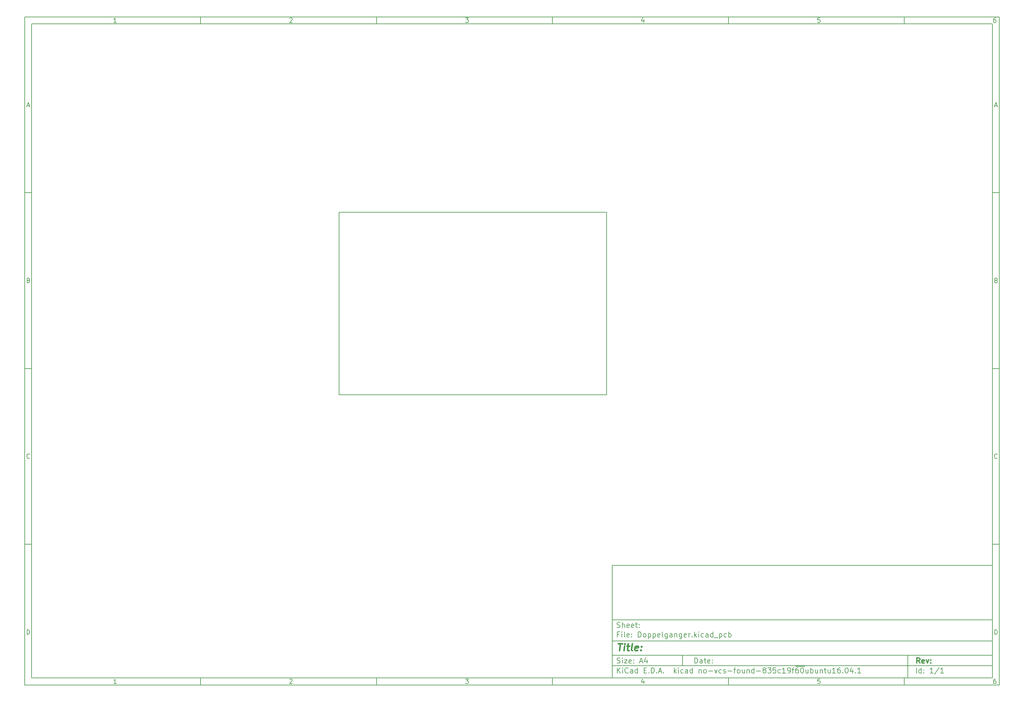
<source format=gm1>
%TF.GenerationSoftware,KiCad,Pcbnew,no-vcs-found-835c19f~60~ubuntu16.04.1*%
%TF.CreationDate,2017-10-10T23:09:56+02:00*%
%TF.ProjectId,Doppelganger,446F7070656C67616E6765722E6B6963,rev?*%
%TF.SameCoordinates,Original*%
%TF.FileFunction,Profile,NP*%
%FSLAX46Y46*%
G04 Gerber Fmt 4.6, Leading zero omitted, Abs format (unit mm)*
G04 Created by KiCad (PCBNEW no-vcs-found-835c19f~60~ubuntu16.04.1) date Tue Oct 10 23:09:56 2017*
%MOMM*%
%LPD*%
G01*
G04 APERTURE LIST*
%ADD10C,0.100000*%
%ADD11C,0.150000*%
%ADD12C,0.300000*%
%ADD13C,0.400000*%
G04 APERTURE END LIST*
D10*
D11*
X177002200Y-166007200D02*
X177002200Y-198007200D01*
X285002200Y-198007200D01*
X285002200Y-166007200D01*
X177002200Y-166007200D01*
D10*
D11*
X10000000Y-10000000D02*
X10000000Y-200007200D01*
X287002200Y-200007200D01*
X287002200Y-10000000D01*
X10000000Y-10000000D01*
D10*
D11*
X12000000Y-12000000D02*
X12000000Y-198007200D01*
X285002200Y-198007200D01*
X285002200Y-12000000D01*
X12000000Y-12000000D01*
D10*
D11*
X60000000Y-12000000D02*
X60000000Y-10000000D01*
D10*
D11*
X110000000Y-12000000D02*
X110000000Y-10000000D01*
D10*
D11*
X160000000Y-12000000D02*
X160000000Y-10000000D01*
D10*
D11*
X210000000Y-12000000D02*
X210000000Y-10000000D01*
D10*
D11*
X260000000Y-12000000D02*
X260000000Y-10000000D01*
D10*
D11*
X36065476Y-11588095D02*
X35322619Y-11588095D01*
X35694047Y-11588095D02*
X35694047Y-10288095D01*
X35570238Y-10473809D01*
X35446428Y-10597619D01*
X35322619Y-10659523D01*
D10*
D11*
X85322619Y-10411904D02*
X85384523Y-10350000D01*
X85508333Y-10288095D01*
X85817857Y-10288095D01*
X85941666Y-10350000D01*
X86003571Y-10411904D01*
X86065476Y-10535714D01*
X86065476Y-10659523D01*
X86003571Y-10845238D01*
X85260714Y-11588095D01*
X86065476Y-11588095D01*
D10*
D11*
X135260714Y-10288095D02*
X136065476Y-10288095D01*
X135632142Y-10783333D01*
X135817857Y-10783333D01*
X135941666Y-10845238D01*
X136003571Y-10907142D01*
X136065476Y-11030952D01*
X136065476Y-11340476D01*
X136003571Y-11464285D01*
X135941666Y-11526190D01*
X135817857Y-11588095D01*
X135446428Y-11588095D01*
X135322619Y-11526190D01*
X135260714Y-11464285D01*
D10*
D11*
X185941666Y-10721428D02*
X185941666Y-11588095D01*
X185632142Y-10226190D02*
X185322619Y-11154761D01*
X186127380Y-11154761D01*
D10*
D11*
X236003571Y-10288095D02*
X235384523Y-10288095D01*
X235322619Y-10907142D01*
X235384523Y-10845238D01*
X235508333Y-10783333D01*
X235817857Y-10783333D01*
X235941666Y-10845238D01*
X236003571Y-10907142D01*
X236065476Y-11030952D01*
X236065476Y-11340476D01*
X236003571Y-11464285D01*
X235941666Y-11526190D01*
X235817857Y-11588095D01*
X235508333Y-11588095D01*
X235384523Y-11526190D01*
X235322619Y-11464285D01*
D10*
D11*
X285941666Y-10288095D02*
X285694047Y-10288095D01*
X285570238Y-10350000D01*
X285508333Y-10411904D01*
X285384523Y-10597619D01*
X285322619Y-10845238D01*
X285322619Y-11340476D01*
X285384523Y-11464285D01*
X285446428Y-11526190D01*
X285570238Y-11588095D01*
X285817857Y-11588095D01*
X285941666Y-11526190D01*
X286003571Y-11464285D01*
X286065476Y-11340476D01*
X286065476Y-11030952D01*
X286003571Y-10907142D01*
X285941666Y-10845238D01*
X285817857Y-10783333D01*
X285570238Y-10783333D01*
X285446428Y-10845238D01*
X285384523Y-10907142D01*
X285322619Y-11030952D01*
D10*
D11*
X60000000Y-198007200D02*
X60000000Y-200007200D01*
D10*
D11*
X110000000Y-198007200D02*
X110000000Y-200007200D01*
D10*
D11*
X160000000Y-198007200D02*
X160000000Y-200007200D01*
D10*
D11*
X210000000Y-198007200D02*
X210000000Y-200007200D01*
D10*
D11*
X260000000Y-198007200D02*
X260000000Y-200007200D01*
D10*
D11*
X36065476Y-199595295D02*
X35322619Y-199595295D01*
X35694047Y-199595295D02*
X35694047Y-198295295D01*
X35570238Y-198481009D01*
X35446428Y-198604819D01*
X35322619Y-198666723D01*
D10*
D11*
X85322619Y-198419104D02*
X85384523Y-198357200D01*
X85508333Y-198295295D01*
X85817857Y-198295295D01*
X85941666Y-198357200D01*
X86003571Y-198419104D01*
X86065476Y-198542914D01*
X86065476Y-198666723D01*
X86003571Y-198852438D01*
X85260714Y-199595295D01*
X86065476Y-199595295D01*
D10*
D11*
X135260714Y-198295295D02*
X136065476Y-198295295D01*
X135632142Y-198790533D01*
X135817857Y-198790533D01*
X135941666Y-198852438D01*
X136003571Y-198914342D01*
X136065476Y-199038152D01*
X136065476Y-199347676D01*
X136003571Y-199471485D01*
X135941666Y-199533390D01*
X135817857Y-199595295D01*
X135446428Y-199595295D01*
X135322619Y-199533390D01*
X135260714Y-199471485D01*
D10*
D11*
X185941666Y-198728628D02*
X185941666Y-199595295D01*
X185632142Y-198233390D02*
X185322619Y-199161961D01*
X186127380Y-199161961D01*
D10*
D11*
X236003571Y-198295295D02*
X235384523Y-198295295D01*
X235322619Y-198914342D01*
X235384523Y-198852438D01*
X235508333Y-198790533D01*
X235817857Y-198790533D01*
X235941666Y-198852438D01*
X236003571Y-198914342D01*
X236065476Y-199038152D01*
X236065476Y-199347676D01*
X236003571Y-199471485D01*
X235941666Y-199533390D01*
X235817857Y-199595295D01*
X235508333Y-199595295D01*
X235384523Y-199533390D01*
X235322619Y-199471485D01*
D10*
D11*
X285941666Y-198295295D02*
X285694047Y-198295295D01*
X285570238Y-198357200D01*
X285508333Y-198419104D01*
X285384523Y-198604819D01*
X285322619Y-198852438D01*
X285322619Y-199347676D01*
X285384523Y-199471485D01*
X285446428Y-199533390D01*
X285570238Y-199595295D01*
X285817857Y-199595295D01*
X285941666Y-199533390D01*
X286003571Y-199471485D01*
X286065476Y-199347676D01*
X286065476Y-199038152D01*
X286003571Y-198914342D01*
X285941666Y-198852438D01*
X285817857Y-198790533D01*
X285570238Y-198790533D01*
X285446428Y-198852438D01*
X285384523Y-198914342D01*
X285322619Y-199038152D01*
D10*
D11*
X10000000Y-60000000D02*
X12000000Y-60000000D01*
D10*
D11*
X10000000Y-110000000D02*
X12000000Y-110000000D01*
D10*
D11*
X10000000Y-160000000D02*
X12000000Y-160000000D01*
D10*
D11*
X10690476Y-35216666D02*
X11309523Y-35216666D01*
X10566666Y-35588095D02*
X11000000Y-34288095D01*
X11433333Y-35588095D01*
D10*
D11*
X11092857Y-84907142D02*
X11278571Y-84969047D01*
X11340476Y-85030952D01*
X11402380Y-85154761D01*
X11402380Y-85340476D01*
X11340476Y-85464285D01*
X11278571Y-85526190D01*
X11154761Y-85588095D01*
X10659523Y-85588095D01*
X10659523Y-84288095D01*
X11092857Y-84288095D01*
X11216666Y-84350000D01*
X11278571Y-84411904D01*
X11340476Y-84535714D01*
X11340476Y-84659523D01*
X11278571Y-84783333D01*
X11216666Y-84845238D01*
X11092857Y-84907142D01*
X10659523Y-84907142D01*
D10*
D11*
X11402380Y-135464285D02*
X11340476Y-135526190D01*
X11154761Y-135588095D01*
X11030952Y-135588095D01*
X10845238Y-135526190D01*
X10721428Y-135402380D01*
X10659523Y-135278571D01*
X10597619Y-135030952D01*
X10597619Y-134845238D01*
X10659523Y-134597619D01*
X10721428Y-134473809D01*
X10845238Y-134350000D01*
X11030952Y-134288095D01*
X11154761Y-134288095D01*
X11340476Y-134350000D01*
X11402380Y-134411904D01*
D10*
D11*
X10659523Y-185588095D02*
X10659523Y-184288095D01*
X10969047Y-184288095D01*
X11154761Y-184350000D01*
X11278571Y-184473809D01*
X11340476Y-184597619D01*
X11402380Y-184845238D01*
X11402380Y-185030952D01*
X11340476Y-185278571D01*
X11278571Y-185402380D01*
X11154761Y-185526190D01*
X10969047Y-185588095D01*
X10659523Y-185588095D01*
D10*
D11*
X287002200Y-60000000D02*
X285002200Y-60000000D01*
D10*
D11*
X287002200Y-110000000D02*
X285002200Y-110000000D01*
D10*
D11*
X287002200Y-160000000D02*
X285002200Y-160000000D01*
D10*
D11*
X285692676Y-35216666D02*
X286311723Y-35216666D01*
X285568866Y-35588095D02*
X286002200Y-34288095D01*
X286435533Y-35588095D01*
D10*
D11*
X286095057Y-84907142D02*
X286280771Y-84969047D01*
X286342676Y-85030952D01*
X286404580Y-85154761D01*
X286404580Y-85340476D01*
X286342676Y-85464285D01*
X286280771Y-85526190D01*
X286156961Y-85588095D01*
X285661723Y-85588095D01*
X285661723Y-84288095D01*
X286095057Y-84288095D01*
X286218866Y-84350000D01*
X286280771Y-84411904D01*
X286342676Y-84535714D01*
X286342676Y-84659523D01*
X286280771Y-84783333D01*
X286218866Y-84845238D01*
X286095057Y-84907142D01*
X285661723Y-84907142D01*
D10*
D11*
X286404580Y-135464285D02*
X286342676Y-135526190D01*
X286156961Y-135588095D01*
X286033152Y-135588095D01*
X285847438Y-135526190D01*
X285723628Y-135402380D01*
X285661723Y-135278571D01*
X285599819Y-135030952D01*
X285599819Y-134845238D01*
X285661723Y-134597619D01*
X285723628Y-134473809D01*
X285847438Y-134350000D01*
X286033152Y-134288095D01*
X286156961Y-134288095D01*
X286342676Y-134350000D01*
X286404580Y-134411904D01*
D10*
D11*
X285661723Y-185588095D02*
X285661723Y-184288095D01*
X285971247Y-184288095D01*
X286156961Y-184350000D01*
X286280771Y-184473809D01*
X286342676Y-184597619D01*
X286404580Y-184845238D01*
X286404580Y-185030952D01*
X286342676Y-185278571D01*
X286280771Y-185402380D01*
X286156961Y-185526190D01*
X285971247Y-185588095D01*
X285661723Y-185588095D01*
D10*
D11*
X200434342Y-193785771D02*
X200434342Y-192285771D01*
X200791485Y-192285771D01*
X201005771Y-192357200D01*
X201148628Y-192500057D01*
X201220057Y-192642914D01*
X201291485Y-192928628D01*
X201291485Y-193142914D01*
X201220057Y-193428628D01*
X201148628Y-193571485D01*
X201005771Y-193714342D01*
X200791485Y-193785771D01*
X200434342Y-193785771D01*
X202577200Y-193785771D02*
X202577200Y-193000057D01*
X202505771Y-192857200D01*
X202362914Y-192785771D01*
X202077200Y-192785771D01*
X201934342Y-192857200D01*
X202577200Y-193714342D02*
X202434342Y-193785771D01*
X202077200Y-193785771D01*
X201934342Y-193714342D01*
X201862914Y-193571485D01*
X201862914Y-193428628D01*
X201934342Y-193285771D01*
X202077200Y-193214342D01*
X202434342Y-193214342D01*
X202577200Y-193142914D01*
X203077200Y-192785771D02*
X203648628Y-192785771D01*
X203291485Y-192285771D02*
X203291485Y-193571485D01*
X203362914Y-193714342D01*
X203505771Y-193785771D01*
X203648628Y-193785771D01*
X204720057Y-193714342D02*
X204577200Y-193785771D01*
X204291485Y-193785771D01*
X204148628Y-193714342D01*
X204077200Y-193571485D01*
X204077200Y-193000057D01*
X204148628Y-192857200D01*
X204291485Y-192785771D01*
X204577200Y-192785771D01*
X204720057Y-192857200D01*
X204791485Y-193000057D01*
X204791485Y-193142914D01*
X204077200Y-193285771D01*
X205434342Y-193642914D02*
X205505771Y-193714342D01*
X205434342Y-193785771D01*
X205362914Y-193714342D01*
X205434342Y-193642914D01*
X205434342Y-193785771D01*
X205434342Y-192857200D02*
X205505771Y-192928628D01*
X205434342Y-193000057D01*
X205362914Y-192928628D01*
X205434342Y-192857200D01*
X205434342Y-193000057D01*
D10*
D11*
X177002200Y-194507200D02*
X285002200Y-194507200D01*
D10*
D11*
X178434342Y-196585771D02*
X178434342Y-195085771D01*
X179291485Y-196585771D02*
X178648628Y-195728628D01*
X179291485Y-195085771D02*
X178434342Y-195942914D01*
X179934342Y-196585771D02*
X179934342Y-195585771D01*
X179934342Y-195085771D02*
X179862914Y-195157200D01*
X179934342Y-195228628D01*
X180005771Y-195157200D01*
X179934342Y-195085771D01*
X179934342Y-195228628D01*
X181505771Y-196442914D02*
X181434342Y-196514342D01*
X181220057Y-196585771D01*
X181077200Y-196585771D01*
X180862914Y-196514342D01*
X180720057Y-196371485D01*
X180648628Y-196228628D01*
X180577200Y-195942914D01*
X180577200Y-195728628D01*
X180648628Y-195442914D01*
X180720057Y-195300057D01*
X180862914Y-195157200D01*
X181077200Y-195085771D01*
X181220057Y-195085771D01*
X181434342Y-195157200D01*
X181505771Y-195228628D01*
X182791485Y-196585771D02*
X182791485Y-195800057D01*
X182720057Y-195657200D01*
X182577200Y-195585771D01*
X182291485Y-195585771D01*
X182148628Y-195657200D01*
X182791485Y-196514342D02*
X182648628Y-196585771D01*
X182291485Y-196585771D01*
X182148628Y-196514342D01*
X182077200Y-196371485D01*
X182077200Y-196228628D01*
X182148628Y-196085771D01*
X182291485Y-196014342D01*
X182648628Y-196014342D01*
X182791485Y-195942914D01*
X184148628Y-196585771D02*
X184148628Y-195085771D01*
X184148628Y-196514342D02*
X184005771Y-196585771D01*
X183720057Y-196585771D01*
X183577200Y-196514342D01*
X183505771Y-196442914D01*
X183434342Y-196300057D01*
X183434342Y-195871485D01*
X183505771Y-195728628D01*
X183577200Y-195657200D01*
X183720057Y-195585771D01*
X184005771Y-195585771D01*
X184148628Y-195657200D01*
X186005771Y-195800057D02*
X186505771Y-195800057D01*
X186720057Y-196585771D02*
X186005771Y-196585771D01*
X186005771Y-195085771D01*
X186720057Y-195085771D01*
X187362914Y-196442914D02*
X187434342Y-196514342D01*
X187362914Y-196585771D01*
X187291485Y-196514342D01*
X187362914Y-196442914D01*
X187362914Y-196585771D01*
X188077200Y-196585771D02*
X188077200Y-195085771D01*
X188434342Y-195085771D01*
X188648628Y-195157200D01*
X188791485Y-195300057D01*
X188862914Y-195442914D01*
X188934342Y-195728628D01*
X188934342Y-195942914D01*
X188862914Y-196228628D01*
X188791485Y-196371485D01*
X188648628Y-196514342D01*
X188434342Y-196585771D01*
X188077200Y-196585771D01*
X189577200Y-196442914D02*
X189648628Y-196514342D01*
X189577200Y-196585771D01*
X189505771Y-196514342D01*
X189577200Y-196442914D01*
X189577200Y-196585771D01*
X190220057Y-196157200D02*
X190934342Y-196157200D01*
X190077200Y-196585771D02*
X190577200Y-195085771D01*
X191077200Y-196585771D01*
X191577200Y-196442914D02*
X191648628Y-196514342D01*
X191577200Y-196585771D01*
X191505771Y-196514342D01*
X191577200Y-196442914D01*
X191577200Y-196585771D01*
X194577200Y-196585771D02*
X194577200Y-195085771D01*
X194720057Y-196014342D02*
X195148628Y-196585771D01*
X195148628Y-195585771D02*
X194577200Y-196157200D01*
X195791485Y-196585771D02*
X195791485Y-195585771D01*
X195791485Y-195085771D02*
X195720057Y-195157200D01*
X195791485Y-195228628D01*
X195862914Y-195157200D01*
X195791485Y-195085771D01*
X195791485Y-195228628D01*
X197148628Y-196514342D02*
X197005771Y-196585771D01*
X196720057Y-196585771D01*
X196577200Y-196514342D01*
X196505771Y-196442914D01*
X196434342Y-196300057D01*
X196434342Y-195871485D01*
X196505771Y-195728628D01*
X196577200Y-195657200D01*
X196720057Y-195585771D01*
X197005771Y-195585771D01*
X197148628Y-195657200D01*
X198434342Y-196585771D02*
X198434342Y-195800057D01*
X198362914Y-195657200D01*
X198220057Y-195585771D01*
X197934342Y-195585771D01*
X197791485Y-195657200D01*
X198434342Y-196514342D02*
X198291485Y-196585771D01*
X197934342Y-196585771D01*
X197791485Y-196514342D01*
X197720057Y-196371485D01*
X197720057Y-196228628D01*
X197791485Y-196085771D01*
X197934342Y-196014342D01*
X198291485Y-196014342D01*
X198434342Y-195942914D01*
X199791485Y-196585771D02*
X199791485Y-195085771D01*
X199791485Y-196514342D02*
X199648628Y-196585771D01*
X199362914Y-196585771D01*
X199220057Y-196514342D01*
X199148628Y-196442914D01*
X199077200Y-196300057D01*
X199077200Y-195871485D01*
X199148628Y-195728628D01*
X199220057Y-195657200D01*
X199362914Y-195585771D01*
X199648628Y-195585771D01*
X199791485Y-195657200D01*
X201648628Y-195585771D02*
X201648628Y-196585771D01*
X201648628Y-195728628D02*
X201720057Y-195657200D01*
X201862914Y-195585771D01*
X202077200Y-195585771D01*
X202220057Y-195657200D01*
X202291485Y-195800057D01*
X202291485Y-196585771D01*
X203220057Y-196585771D02*
X203077200Y-196514342D01*
X203005771Y-196442914D01*
X202934342Y-196300057D01*
X202934342Y-195871485D01*
X203005771Y-195728628D01*
X203077200Y-195657200D01*
X203220057Y-195585771D01*
X203434342Y-195585771D01*
X203577200Y-195657200D01*
X203648628Y-195728628D01*
X203720057Y-195871485D01*
X203720057Y-196300057D01*
X203648628Y-196442914D01*
X203577200Y-196514342D01*
X203434342Y-196585771D01*
X203220057Y-196585771D01*
X204362914Y-196014342D02*
X205505771Y-196014342D01*
X206077200Y-195585771D02*
X206434342Y-196585771D01*
X206791485Y-195585771D01*
X208005771Y-196514342D02*
X207862914Y-196585771D01*
X207577200Y-196585771D01*
X207434342Y-196514342D01*
X207362914Y-196442914D01*
X207291485Y-196300057D01*
X207291485Y-195871485D01*
X207362914Y-195728628D01*
X207434342Y-195657200D01*
X207577200Y-195585771D01*
X207862914Y-195585771D01*
X208005771Y-195657200D01*
X208577200Y-196514342D02*
X208720057Y-196585771D01*
X209005771Y-196585771D01*
X209148628Y-196514342D01*
X209220057Y-196371485D01*
X209220057Y-196300057D01*
X209148628Y-196157200D01*
X209005771Y-196085771D01*
X208791485Y-196085771D01*
X208648628Y-196014342D01*
X208577200Y-195871485D01*
X208577200Y-195800057D01*
X208648628Y-195657200D01*
X208791485Y-195585771D01*
X209005771Y-195585771D01*
X209148628Y-195657200D01*
X209862914Y-196014342D02*
X211005771Y-196014342D01*
X211505771Y-195585771D02*
X212077200Y-195585771D01*
X211720057Y-196585771D02*
X211720057Y-195300057D01*
X211791485Y-195157200D01*
X211934342Y-195085771D01*
X212077200Y-195085771D01*
X212791485Y-196585771D02*
X212648628Y-196514342D01*
X212577200Y-196442914D01*
X212505771Y-196300057D01*
X212505771Y-195871485D01*
X212577200Y-195728628D01*
X212648628Y-195657200D01*
X212791485Y-195585771D01*
X213005771Y-195585771D01*
X213148628Y-195657200D01*
X213220057Y-195728628D01*
X213291485Y-195871485D01*
X213291485Y-196300057D01*
X213220057Y-196442914D01*
X213148628Y-196514342D01*
X213005771Y-196585771D01*
X212791485Y-196585771D01*
X214577200Y-195585771D02*
X214577200Y-196585771D01*
X213934342Y-195585771D02*
X213934342Y-196371485D01*
X214005771Y-196514342D01*
X214148628Y-196585771D01*
X214362914Y-196585771D01*
X214505771Y-196514342D01*
X214577200Y-196442914D01*
X215291485Y-195585771D02*
X215291485Y-196585771D01*
X215291485Y-195728628D02*
X215362914Y-195657200D01*
X215505771Y-195585771D01*
X215720057Y-195585771D01*
X215862914Y-195657200D01*
X215934342Y-195800057D01*
X215934342Y-196585771D01*
X217291485Y-196585771D02*
X217291485Y-195085771D01*
X217291485Y-196514342D02*
X217148628Y-196585771D01*
X216862914Y-196585771D01*
X216720057Y-196514342D01*
X216648628Y-196442914D01*
X216577200Y-196300057D01*
X216577200Y-195871485D01*
X216648628Y-195728628D01*
X216720057Y-195657200D01*
X216862914Y-195585771D01*
X217148628Y-195585771D01*
X217291485Y-195657200D01*
X218005771Y-196014342D02*
X219148628Y-196014342D01*
X220077200Y-195728628D02*
X219934342Y-195657200D01*
X219862914Y-195585771D01*
X219791485Y-195442914D01*
X219791485Y-195371485D01*
X219862914Y-195228628D01*
X219934342Y-195157200D01*
X220077200Y-195085771D01*
X220362914Y-195085771D01*
X220505771Y-195157200D01*
X220577200Y-195228628D01*
X220648628Y-195371485D01*
X220648628Y-195442914D01*
X220577200Y-195585771D01*
X220505771Y-195657200D01*
X220362914Y-195728628D01*
X220077200Y-195728628D01*
X219934342Y-195800057D01*
X219862914Y-195871485D01*
X219791485Y-196014342D01*
X219791485Y-196300057D01*
X219862914Y-196442914D01*
X219934342Y-196514342D01*
X220077200Y-196585771D01*
X220362914Y-196585771D01*
X220505771Y-196514342D01*
X220577200Y-196442914D01*
X220648628Y-196300057D01*
X220648628Y-196014342D01*
X220577200Y-195871485D01*
X220505771Y-195800057D01*
X220362914Y-195728628D01*
X221148628Y-195085771D02*
X222077200Y-195085771D01*
X221577200Y-195657200D01*
X221791485Y-195657200D01*
X221934342Y-195728628D01*
X222005771Y-195800057D01*
X222077200Y-195942914D01*
X222077200Y-196300057D01*
X222005771Y-196442914D01*
X221934342Y-196514342D01*
X221791485Y-196585771D01*
X221362914Y-196585771D01*
X221220057Y-196514342D01*
X221148628Y-196442914D01*
X223434342Y-195085771D02*
X222720057Y-195085771D01*
X222648628Y-195800057D01*
X222720057Y-195728628D01*
X222862914Y-195657200D01*
X223220057Y-195657200D01*
X223362914Y-195728628D01*
X223434342Y-195800057D01*
X223505771Y-195942914D01*
X223505771Y-196300057D01*
X223434342Y-196442914D01*
X223362914Y-196514342D01*
X223220057Y-196585771D01*
X222862914Y-196585771D01*
X222720057Y-196514342D01*
X222648628Y-196442914D01*
X224791485Y-196514342D02*
X224648628Y-196585771D01*
X224362914Y-196585771D01*
X224220057Y-196514342D01*
X224148628Y-196442914D01*
X224077200Y-196300057D01*
X224077200Y-195871485D01*
X224148628Y-195728628D01*
X224220057Y-195657200D01*
X224362914Y-195585771D01*
X224648628Y-195585771D01*
X224791485Y-195657200D01*
X226220057Y-196585771D02*
X225362914Y-196585771D01*
X225791485Y-196585771D02*
X225791485Y-195085771D01*
X225648628Y-195300057D01*
X225505771Y-195442914D01*
X225362914Y-195514342D01*
X226934342Y-196585771D02*
X227220057Y-196585771D01*
X227362914Y-196514342D01*
X227434342Y-196442914D01*
X227577200Y-196228628D01*
X227648628Y-195942914D01*
X227648628Y-195371485D01*
X227577200Y-195228628D01*
X227505771Y-195157200D01*
X227362914Y-195085771D01*
X227077200Y-195085771D01*
X226934342Y-195157200D01*
X226862914Y-195228628D01*
X226791485Y-195371485D01*
X226791485Y-195728628D01*
X226862914Y-195871485D01*
X226934342Y-195942914D01*
X227077200Y-196014342D01*
X227362914Y-196014342D01*
X227505771Y-195942914D01*
X227577200Y-195871485D01*
X227648628Y-195728628D01*
X228077200Y-195585771D02*
X228648628Y-195585771D01*
X228291485Y-196585771D02*
X228291485Y-195300057D01*
X228362914Y-195157200D01*
X228505771Y-195085771D01*
X228648628Y-195085771D01*
X229038985Y-194677200D02*
X230220057Y-194677200D01*
X229791485Y-195085771D02*
X229505771Y-195085771D01*
X229362914Y-195157200D01*
X229291485Y-195228628D01*
X229148628Y-195442914D01*
X229077200Y-195728628D01*
X229077200Y-196300057D01*
X229148628Y-196442914D01*
X229220057Y-196514342D01*
X229362914Y-196585771D01*
X229648628Y-196585771D01*
X229791485Y-196514342D01*
X229862914Y-196442914D01*
X229934342Y-196300057D01*
X229934342Y-195942914D01*
X229862914Y-195800057D01*
X229791485Y-195728628D01*
X229648628Y-195657200D01*
X229362914Y-195657200D01*
X229220057Y-195728628D01*
X229148628Y-195800057D01*
X229077200Y-195942914D01*
X230220057Y-194677200D02*
X231648628Y-194677200D01*
X230862914Y-195085771D02*
X231005771Y-195085771D01*
X231148628Y-195157200D01*
X231220057Y-195228628D01*
X231291485Y-195371485D01*
X231362914Y-195657200D01*
X231362914Y-196014342D01*
X231291485Y-196300057D01*
X231220057Y-196442914D01*
X231148628Y-196514342D01*
X231005771Y-196585771D01*
X230862914Y-196585771D01*
X230720057Y-196514342D01*
X230648628Y-196442914D01*
X230577200Y-196300057D01*
X230505771Y-196014342D01*
X230505771Y-195657200D01*
X230577200Y-195371485D01*
X230648628Y-195228628D01*
X230720057Y-195157200D01*
X230862914Y-195085771D01*
X232648628Y-195585771D02*
X232648628Y-196585771D01*
X232005771Y-195585771D02*
X232005771Y-196371485D01*
X232077199Y-196514342D01*
X232220057Y-196585771D01*
X232434342Y-196585771D01*
X232577199Y-196514342D01*
X232648628Y-196442914D01*
X233362914Y-196585771D02*
X233362914Y-195085771D01*
X233362914Y-195657200D02*
X233505771Y-195585771D01*
X233791485Y-195585771D01*
X233934342Y-195657200D01*
X234005771Y-195728628D01*
X234077200Y-195871485D01*
X234077200Y-196300057D01*
X234005771Y-196442914D01*
X233934342Y-196514342D01*
X233791485Y-196585771D01*
X233505771Y-196585771D01*
X233362914Y-196514342D01*
X235362914Y-195585771D02*
X235362914Y-196585771D01*
X234720057Y-195585771D02*
X234720057Y-196371485D01*
X234791485Y-196514342D01*
X234934342Y-196585771D01*
X235148628Y-196585771D01*
X235291485Y-196514342D01*
X235362914Y-196442914D01*
X236077200Y-195585771D02*
X236077200Y-196585771D01*
X236077200Y-195728628D02*
X236148628Y-195657200D01*
X236291485Y-195585771D01*
X236505771Y-195585771D01*
X236648628Y-195657200D01*
X236720057Y-195800057D01*
X236720057Y-196585771D01*
X237220057Y-195585771D02*
X237791485Y-195585771D01*
X237434342Y-195085771D02*
X237434342Y-196371485D01*
X237505771Y-196514342D01*
X237648628Y-196585771D01*
X237791485Y-196585771D01*
X238934342Y-195585771D02*
X238934342Y-196585771D01*
X238291485Y-195585771D02*
X238291485Y-196371485D01*
X238362914Y-196514342D01*
X238505771Y-196585771D01*
X238720057Y-196585771D01*
X238862914Y-196514342D01*
X238934342Y-196442914D01*
X240434342Y-196585771D02*
X239577200Y-196585771D01*
X240005771Y-196585771D02*
X240005771Y-195085771D01*
X239862914Y-195300057D01*
X239720057Y-195442914D01*
X239577200Y-195514342D01*
X241720057Y-195085771D02*
X241434342Y-195085771D01*
X241291485Y-195157200D01*
X241220057Y-195228628D01*
X241077200Y-195442914D01*
X241005771Y-195728628D01*
X241005771Y-196300057D01*
X241077200Y-196442914D01*
X241148628Y-196514342D01*
X241291485Y-196585771D01*
X241577200Y-196585771D01*
X241720057Y-196514342D01*
X241791485Y-196442914D01*
X241862914Y-196300057D01*
X241862914Y-195942914D01*
X241791485Y-195800057D01*
X241720057Y-195728628D01*
X241577200Y-195657200D01*
X241291485Y-195657200D01*
X241148628Y-195728628D01*
X241077200Y-195800057D01*
X241005771Y-195942914D01*
X242505771Y-196442914D02*
X242577199Y-196514342D01*
X242505771Y-196585771D01*
X242434342Y-196514342D01*
X242505771Y-196442914D01*
X242505771Y-196585771D01*
X243505771Y-195085771D02*
X243648628Y-195085771D01*
X243791485Y-195157200D01*
X243862914Y-195228628D01*
X243934342Y-195371485D01*
X244005771Y-195657200D01*
X244005771Y-196014342D01*
X243934342Y-196300057D01*
X243862914Y-196442914D01*
X243791485Y-196514342D01*
X243648628Y-196585771D01*
X243505771Y-196585771D01*
X243362914Y-196514342D01*
X243291485Y-196442914D01*
X243220057Y-196300057D01*
X243148628Y-196014342D01*
X243148628Y-195657200D01*
X243220057Y-195371485D01*
X243291485Y-195228628D01*
X243362914Y-195157200D01*
X243505771Y-195085771D01*
X245291485Y-195585771D02*
X245291485Y-196585771D01*
X244934342Y-195014342D02*
X244577199Y-196085771D01*
X245505771Y-196085771D01*
X246077199Y-196442914D02*
X246148628Y-196514342D01*
X246077199Y-196585771D01*
X246005771Y-196514342D01*
X246077199Y-196442914D01*
X246077199Y-196585771D01*
X247577200Y-196585771D02*
X246720057Y-196585771D01*
X247148628Y-196585771D02*
X247148628Y-195085771D01*
X247005771Y-195300057D01*
X246862914Y-195442914D01*
X246720057Y-195514342D01*
D10*
D11*
X177002200Y-191507200D02*
X285002200Y-191507200D01*
D10*
D12*
X264411485Y-193785771D02*
X263911485Y-193071485D01*
X263554342Y-193785771D02*
X263554342Y-192285771D01*
X264125771Y-192285771D01*
X264268628Y-192357200D01*
X264340057Y-192428628D01*
X264411485Y-192571485D01*
X264411485Y-192785771D01*
X264340057Y-192928628D01*
X264268628Y-193000057D01*
X264125771Y-193071485D01*
X263554342Y-193071485D01*
X265625771Y-193714342D02*
X265482914Y-193785771D01*
X265197200Y-193785771D01*
X265054342Y-193714342D01*
X264982914Y-193571485D01*
X264982914Y-193000057D01*
X265054342Y-192857200D01*
X265197200Y-192785771D01*
X265482914Y-192785771D01*
X265625771Y-192857200D01*
X265697200Y-193000057D01*
X265697200Y-193142914D01*
X264982914Y-193285771D01*
X266197200Y-192785771D02*
X266554342Y-193785771D01*
X266911485Y-192785771D01*
X267482914Y-193642914D02*
X267554342Y-193714342D01*
X267482914Y-193785771D01*
X267411485Y-193714342D01*
X267482914Y-193642914D01*
X267482914Y-193785771D01*
X267482914Y-192857200D02*
X267554342Y-192928628D01*
X267482914Y-193000057D01*
X267411485Y-192928628D01*
X267482914Y-192857200D01*
X267482914Y-193000057D01*
D10*
D11*
X178362914Y-193714342D02*
X178577200Y-193785771D01*
X178934342Y-193785771D01*
X179077200Y-193714342D01*
X179148628Y-193642914D01*
X179220057Y-193500057D01*
X179220057Y-193357200D01*
X179148628Y-193214342D01*
X179077200Y-193142914D01*
X178934342Y-193071485D01*
X178648628Y-193000057D01*
X178505771Y-192928628D01*
X178434342Y-192857200D01*
X178362914Y-192714342D01*
X178362914Y-192571485D01*
X178434342Y-192428628D01*
X178505771Y-192357200D01*
X178648628Y-192285771D01*
X179005771Y-192285771D01*
X179220057Y-192357200D01*
X179862914Y-193785771D02*
X179862914Y-192785771D01*
X179862914Y-192285771D02*
X179791485Y-192357200D01*
X179862914Y-192428628D01*
X179934342Y-192357200D01*
X179862914Y-192285771D01*
X179862914Y-192428628D01*
X180434342Y-192785771D02*
X181220057Y-192785771D01*
X180434342Y-193785771D01*
X181220057Y-193785771D01*
X182362914Y-193714342D02*
X182220057Y-193785771D01*
X181934342Y-193785771D01*
X181791485Y-193714342D01*
X181720057Y-193571485D01*
X181720057Y-193000057D01*
X181791485Y-192857200D01*
X181934342Y-192785771D01*
X182220057Y-192785771D01*
X182362914Y-192857200D01*
X182434342Y-193000057D01*
X182434342Y-193142914D01*
X181720057Y-193285771D01*
X183077200Y-193642914D02*
X183148628Y-193714342D01*
X183077200Y-193785771D01*
X183005771Y-193714342D01*
X183077200Y-193642914D01*
X183077200Y-193785771D01*
X183077200Y-192857200D02*
X183148628Y-192928628D01*
X183077200Y-193000057D01*
X183005771Y-192928628D01*
X183077200Y-192857200D01*
X183077200Y-193000057D01*
X184862914Y-193357200D02*
X185577200Y-193357200D01*
X184720057Y-193785771D02*
X185220057Y-192285771D01*
X185720057Y-193785771D01*
X186862914Y-192785771D02*
X186862914Y-193785771D01*
X186505771Y-192214342D02*
X186148628Y-193285771D01*
X187077200Y-193285771D01*
D10*
D11*
X263434342Y-196585771D02*
X263434342Y-195085771D01*
X264791485Y-196585771D02*
X264791485Y-195085771D01*
X264791485Y-196514342D02*
X264648628Y-196585771D01*
X264362914Y-196585771D01*
X264220057Y-196514342D01*
X264148628Y-196442914D01*
X264077200Y-196300057D01*
X264077200Y-195871485D01*
X264148628Y-195728628D01*
X264220057Y-195657200D01*
X264362914Y-195585771D01*
X264648628Y-195585771D01*
X264791485Y-195657200D01*
X265505771Y-196442914D02*
X265577200Y-196514342D01*
X265505771Y-196585771D01*
X265434342Y-196514342D01*
X265505771Y-196442914D01*
X265505771Y-196585771D01*
X265505771Y-195657200D02*
X265577200Y-195728628D01*
X265505771Y-195800057D01*
X265434342Y-195728628D01*
X265505771Y-195657200D01*
X265505771Y-195800057D01*
X268148628Y-196585771D02*
X267291485Y-196585771D01*
X267720057Y-196585771D02*
X267720057Y-195085771D01*
X267577200Y-195300057D01*
X267434342Y-195442914D01*
X267291485Y-195514342D01*
X269862914Y-195014342D02*
X268577200Y-196942914D01*
X271148628Y-196585771D02*
X270291485Y-196585771D01*
X270720057Y-196585771D02*
X270720057Y-195085771D01*
X270577200Y-195300057D01*
X270434342Y-195442914D01*
X270291485Y-195514342D01*
D10*
D11*
X177002200Y-187507200D02*
X285002200Y-187507200D01*
D10*
D13*
X178714580Y-188211961D02*
X179857438Y-188211961D01*
X179036009Y-190211961D02*
X179286009Y-188211961D01*
X180274104Y-190211961D02*
X180440771Y-188878628D01*
X180524104Y-188211961D02*
X180416961Y-188307200D01*
X180500295Y-188402438D01*
X180607438Y-188307200D01*
X180524104Y-188211961D01*
X180500295Y-188402438D01*
X181107438Y-188878628D02*
X181869342Y-188878628D01*
X181476485Y-188211961D02*
X181262200Y-189926247D01*
X181333628Y-190116723D01*
X181512200Y-190211961D01*
X181702676Y-190211961D01*
X182655057Y-190211961D02*
X182476485Y-190116723D01*
X182405057Y-189926247D01*
X182619342Y-188211961D01*
X184190771Y-190116723D02*
X183988390Y-190211961D01*
X183607438Y-190211961D01*
X183428866Y-190116723D01*
X183357438Y-189926247D01*
X183452676Y-189164342D01*
X183571723Y-188973866D01*
X183774104Y-188878628D01*
X184155057Y-188878628D01*
X184333628Y-188973866D01*
X184405057Y-189164342D01*
X184381247Y-189354819D01*
X183405057Y-189545295D01*
X185155057Y-190021485D02*
X185238390Y-190116723D01*
X185131247Y-190211961D01*
X185047914Y-190116723D01*
X185155057Y-190021485D01*
X185131247Y-190211961D01*
X185286009Y-188973866D02*
X185369342Y-189069104D01*
X185262200Y-189164342D01*
X185178866Y-189069104D01*
X185286009Y-188973866D01*
X185262200Y-189164342D01*
D10*
D11*
X178934342Y-185600057D02*
X178434342Y-185600057D01*
X178434342Y-186385771D02*
X178434342Y-184885771D01*
X179148628Y-184885771D01*
X179720057Y-186385771D02*
X179720057Y-185385771D01*
X179720057Y-184885771D02*
X179648628Y-184957200D01*
X179720057Y-185028628D01*
X179791485Y-184957200D01*
X179720057Y-184885771D01*
X179720057Y-185028628D01*
X180648628Y-186385771D02*
X180505771Y-186314342D01*
X180434342Y-186171485D01*
X180434342Y-184885771D01*
X181791485Y-186314342D02*
X181648628Y-186385771D01*
X181362914Y-186385771D01*
X181220057Y-186314342D01*
X181148628Y-186171485D01*
X181148628Y-185600057D01*
X181220057Y-185457200D01*
X181362914Y-185385771D01*
X181648628Y-185385771D01*
X181791485Y-185457200D01*
X181862914Y-185600057D01*
X181862914Y-185742914D01*
X181148628Y-185885771D01*
X182505771Y-186242914D02*
X182577200Y-186314342D01*
X182505771Y-186385771D01*
X182434342Y-186314342D01*
X182505771Y-186242914D01*
X182505771Y-186385771D01*
X182505771Y-185457200D02*
X182577200Y-185528628D01*
X182505771Y-185600057D01*
X182434342Y-185528628D01*
X182505771Y-185457200D01*
X182505771Y-185600057D01*
X184362914Y-186385771D02*
X184362914Y-184885771D01*
X184720057Y-184885771D01*
X184934342Y-184957200D01*
X185077200Y-185100057D01*
X185148628Y-185242914D01*
X185220057Y-185528628D01*
X185220057Y-185742914D01*
X185148628Y-186028628D01*
X185077200Y-186171485D01*
X184934342Y-186314342D01*
X184720057Y-186385771D01*
X184362914Y-186385771D01*
X186077200Y-186385771D02*
X185934342Y-186314342D01*
X185862914Y-186242914D01*
X185791485Y-186100057D01*
X185791485Y-185671485D01*
X185862914Y-185528628D01*
X185934342Y-185457200D01*
X186077200Y-185385771D01*
X186291485Y-185385771D01*
X186434342Y-185457200D01*
X186505771Y-185528628D01*
X186577200Y-185671485D01*
X186577200Y-186100057D01*
X186505771Y-186242914D01*
X186434342Y-186314342D01*
X186291485Y-186385771D01*
X186077200Y-186385771D01*
X187220057Y-185385771D02*
X187220057Y-186885771D01*
X187220057Y-185457200D02*
X187362914Y-185385771D01*
X187648628Y-185385771D01*
X187791485Y-185457200D01*
X187862914Y-185528628D01*
X187934342Y-185671485D01*
X187934342Y-186100057D01*
X187862914Y-186242914D01*
X187791485Y-186314342D01*
X187648628Y-186385771D01*
X187362914Y-186385771D01*
X187220057Y-186314342D01*
X188577200Y-185385771D02*
X188577200Y-186885771D01*
X188577200Y-185457200D02*
X188720057Y-185385771D01*
X189005771Y-185385771D01*
X189148628Y-185457200D01*
X189220057Y-185528628D01*
X189291485Y-185671485D01*
X189291485Y-186100057D01*
X189220057Y-186242914D01*
X189148628Y-186314342D01*
X189005771Y-186385771D01*
X188720057Y-186385771D01*
X188577200Y-186314342D01*
X190505771Y-186314342D02*
X190362914Y-186385771D01*
X190077200Y-186385771D01*
X189934342Y-186314342D01*
X189862914Y-186171485D01*
X189862914Y-185600057D01*
X189934342Y-185457200D01*
X190077200Y-185385771D01*
X190362914Y-185385771D01*
X190505771Y-185457200D01*
X190577200Y-185600057D01*
X190577200Y-185742914D01*
X189862914Y-185885771D01*
X191434342Y-186385771D02*
X191291485Y-186314342D01*
X191220057Y-186171485D01*
X191220057Y-184885771D01*
X192648628Y-185385771D02*
X192648628Y-186600057D01*
X192577200Y-186742914D01*
X192505771Y-186814342D01*
X192362914Y-186885771D01*
X192148628Y-186885771D01*
X192005771Y-186814342D01*
X192648628Y-186314342D02*
X192505771Y-186385771D01*
X192220057Y-186385771D01*
X192077200Y-186314342D01*
X192005771Y-186242914D01*
X191934342Y-186100057D01*
X191934342Y-185671485D01*
X192005771Y-185528628D01*
X192077200Y-185457200D01*
X192220057Y-185385771D01*
X192505771Y-185385771D01*
X192648628Y-185457200D01*
X194005771Y-186385771D02*
X194005771Y-185600057D01*
X193934342Y-185457200D01*
X193791485Y-185385771D01*
X193505771Y-185385771D01*
X193362914Y-185457200D01*
X194005771Y-186314342D02*
X193862914Y-186385771D01*
X193505771Y-186385771D01*
X193362914Y-186314342D01*
X193291485Y-186171485D01*
X193291485Y-186028628D01*
X193362914Y-185885771D01*
X193505771Y-185814342D01*
X193862914Y-185814342D01*
X194005771Y-185742914D01*
X194720057Y-185385771D02*
X194720057Y-186385771D01*
X194720057Y-185528628D02*
X194791485Y-185457200D01*
X194934342Y-185385771D01*
X195148628Y-185385771D01*
X195291485Y-185457200D01*
X195362914Y-185600057D01*
X195362914Y-186385771D01*
X196720057Y-185385771D02*
X196720057Y-186600057D01*
X196648628Y-186742914D01*
X196577200Y-186814342D01*
X196434342Y-186885771D01*
X196220057Y-186885771D01*
X196077200Y-186814342D01*
X196720057Y-186314342D02*
X196577200Y-186385771D01*
X196291485Y-186385771D01*
X196148628Y-186314342D01*
X196077200Y-186242914D01*
X196005771Y-186100057D01*
X196005771Y-185671485D01*
X196077200Y-185528628D01*
X196148628Y-185457200D01*
X196291485Y-185385771D01*
X196577200Y-185385771D01*
X196720057Y-185457200D01*
X198005771Y-186314342D02*
X197862914Y-186385771D01*
X197577200Y-186385771D01*
X197434342Y-186314342D01*
X197362914Y-186171485D01*
X197362914Y-185600057D01*
X197434342Y-185457200D01*
X197577200Y-185385771D01*
X197862914Y-185385771D01*
X198005771Y-185457200D01*
X198077200Y-185600057D01*
X198077200Y-185742914D01*
X197362914Y-185885771D01*
X198720057Y-186385771D02*
X198720057Y-185385771D01*
X198720057Y-185671485D02*
X198791485Y-185528628D01*
X198862914Y-185457200D01*
X199005771Y-185385771D01*
X199148628Y-185385771D01*
X199648628Y-186242914D02*
X199720057Y-186314342D01*
X199648628Y-186385771D01*
X199577200Y-186314342D01*
X199648628Y-186242914D01*
X199648628Y-186385771D01*
X200362914Y-186385771D02*
X200362914Y-184885771D01*
X200505771Y-185814342D02*
X200934342Y-186385771D01*
X200934342Y-185385771D02*
X200362914Y-185957200D01*
X201577200Y-186385771D02*
X201577200Y-185385771D01*
X201577200Y-184885771D02*
X201505771Y-184957200D01*
X201577200Y-185028628D01*
X201648628Y-184957200D01*
X201577200Y-184885771D01*
X201577200Y-185028628D01*
X202934342Y-186314342D02*
X202791485Y-186385771D01*
X202505771Y-186385771D01*
X202362914Y-186314342D01*
X202291485Y-186242914D01*
X202220057Y-186100057D01*
X202220057Y-185671485D01*
X202291485Y-185528628D01*
X202362914Y-185457200D01*
X202505771Y-185385771D01*
X202791485Y-185385771D01*
X202934342Y-185457200D01*
X204220057Y-186385771D02*
X204220057Y-185600057D01*
X204148628Y-185457200D01*
X204005771Y-185385771D01*
X203720057Y-185385771D01*
X203577200Y-185457200D01*
X204220057Y-186314342D02*
X204077200Y-186385771D01*
X203720057Y-186385771D01*
X203577200Y-186314342D01*
X203505771Y-186171485D01*
X203505771Y-186028628D01*
X203577200Y-185885771D01*
X203720057Y-185814342D01*
X204077200Y-185814342D01*
X204220057Y-185742914D01*
X205577200Y-186385771D02*
X205577200Y-184885771D01*
X205577200Y-186314342D02*
X205434342Y-186385771D01*
X205148628Y-186385771D01*
X205005771Y-186314342D01*
X204934342Y-186242914D01*
X204862914Y-186100057D01*
X204862914Y-185671485D01*
X204934342Y-185528628D01*
X205005771Y-185457200D01*
X205148628Y-185385771D01*
X205434342Y-185385771D01*
X205577200Y-185457200D01*
X205934342Y-186528628D02*
X207077200Y-186528628D01*
X207434342Y-185385771D02*
X207434342Y-186885771D01*
X207434342Y-185457200D02*
X207577200Y-185385771D01*
X207862914Y-185385771D01*
X208005771Y-185457200D01*
X208077200Y-185528628D01*
X208148628Y-185671485D01*
X208148628Y-186100057D01*
X208077200Y-186242914D01*
X208005771Y-186314342D01*
X207862914Y-186385771D01*
X207577200Y-186385771D01*
X207434342Y-186314342D01*
X209434342Y-186314342D02*
X209291485Y-186385771D01*
X209005771Y-186385771D01*
X208862914Y-186314342D01*
X208791485Y-186242914D01*
X208720057Y-186100057D01*
X208720057Y-185671485D01*
X208791485Y-185528628D01*
X208862914Y-185457200D01*
X209005771Y-185385771D01*
X209291485Y-185385771D01*
X209434342Y-185457200D01*
X210077200Y-186385771D02*
X210077200Y-184885771D01*
X210077200Y-185457200D02*
X210220057Y-185385771D01*
X210505771Y-185385771D01*
X210648628Y-185457200D01*
X210720057Y-185528628D01*
X210791485Y-185671485D01*
X210791485Y-186100057D01*
X210720057Y-186242914D01*
X210648628Y-186314342D01*
X210505771Y-186385771D01*
X210220057Y-186385771D01*
X210077200Y-186314342D01*
D10*
D11*
X177002200Y-181507200D02*
X285002200Y-181507200D01*
D10*
D11*
X178362914Y-183614342D02*
X178577200Y-183685771D01*
X178934342Y-183685771D01*
X179077200Y-183614342D01*
X179148628Y-183542914D01*
X179220057Y-183400057D01*
X179220057Y-183257200D01*
X179148628Y-183114342D01*
X179077200Y-183042914D01*
X178934342Y-182971485D01*
X178648628Y-182900057D01*
X178505771Y-182828628D01*
X178434342Y-182757200D01*
X178362914Y-182614342D01*
X178362914Y-182471485D01*
X178434342Y-182328628D01*
X178505771Y-182257200D01*
X178648628Y-182185771D01*
X179005771Y-182185771D01*
X179220057Y-182257200D01*
X179862914Y-183685771D02*
X179862914Y-182185771D01*
X180505771Y-183685771D02*
X180505771Y-182900057D01*
X180434342Y-182757200D01*
X180291485Y-182685771D01*
X180077200Y-182685771D01*
X179934342Y-182757200D01*
X179862914Y-182828628D01*
X181791485Y-183614342D02*
X181648628Y-183685771D01*
X181362914Y-183685771D01*
X181220057Y-183614342D01*
X181148628Y-183471485D01*
X181148628Y-182900057D01*
X181220057Y-182757200D01*
X181362914Y-182685771D01*
X181648628Y-182685771D01*
X181791485Y-182757200D01*
X181862914Y-182900057D01*
X181862914Y-183042914D01*
X181148628Y-183185771D01*
X183077200Y-183614342D02*
X182934342Y-183685771D01*
X182648628Y-183685771D01*
X182505771Y-183614342D01*
X182434342Y-183471485D01*
X182434342Y-182900057D01*
X182505771Y-182757200D01*
X182648628Y-182685771D01*
X182934342Y-182685771D01*
X183077200Y-182757200D01*
X183148628Y-182900057D01*
X183148628Y-183042914D01*
X182434342Y-183185771D01*
X183577200Y-182685771D02*
X184148628Y-182685771D01*
X183791485Y-182185771D02*
X183791485Y-183471485D01*
X183862914Y-183614342D01*
X184005771Y-183685771D01*
X184148628Y-183685771D01*
X184648628Y-183542914D02*
X184720057Y-183614342D01*
X184648628Y-183685771D01*
X184577200Y-183614342D01*
X184648628Y-183542914D01*
X184648628Y-183685771D01*
X184648628Y-182757200D02*
X184720057Y-182828628D01*
X184648628Y-182900057D01*
X184577200Y-182828628D01*
X184648628Y-182757200D01*
X184648628Y-182900057D01*
D10*
D11*
X197002200Y-191507200D02*
X197002200Y-194507200D01*
D10*
D11*
X261002200Y-191507200D02*
X261002200Y-198007200D01*
X175387000Y-65532000D02*
X99314000Y-65532000D01*
X175387000Y-117475000D02*
X175387000Y-65532000D01*
X99314000Y-117475000D02*
X175387000Y-117475000D01*
X99314000Y-65532000D02*
X99314000Y-117475000D01*
M02*

</source>
